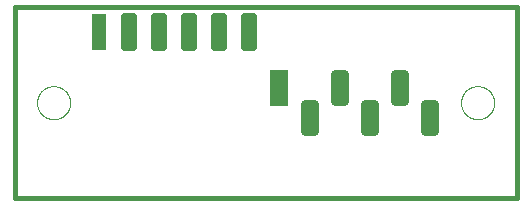
<source format=gtp>
G75*
%MOIN*%
%OFA0B0*%
%FSLAX25Y25*%
%IPPOS*%
%LPD*%
%AMOC8*
5,1,8,0,0,1.08239X$1,22.5*
%
%ADD10C,0.01600*%
%ADD11C,0.00000*%
%ADD12R,0.05000X0.12480*%
%ADD13C,0.02500*%
%ADD14C,0.03000*%
%ADD15R,0.06000X0.12000*%
D10*
X0001800Y0033343D02*
X0001800Y0096843D01*
X0169050Y0096843D01*
X0169050Y0033343D01*
X0001865Y0033343D01*
D11*
X0009117Y0065000D02*
X0009119Y0065148D01*
X0009125Y0065296D01*
X0009135Y0065444D01*
X0009149Y0065591D01*
X0009167Y0065738D01*
X0009188Y0065884D01*
X0009214Y0066030D01*
X0009244Y0066175D01*
X0009277Y0066319D01*
X0009315Y0066462D01*
X0009356Y0066604D01*
X0009401Y0066745D01*
X0009449Y0066885D01*
X0009502Y0067024D01*
X0009558Y0067161D01*
X0009618Y0067296D01*
X0009681Y0067430D01*
X0009748Y0067562D01*
X0009819Y0067692D01*
X0009893Y0067820D01*
X0009970Y0067946D01*
X0010051Y0068070D01*
X0010135Y0068192D01*
X0010222Y0068311D01*
X0010313Y0068428D01*
X0010407Y0068543D01*
X0010503Y0068655D01*
X0010603Y0068765D01*
X0010705Y0068871D01*
X0010811Y0068975D01*
X0010919Y0069076D01*
X0011030Y0069174D01*
X0011143Y0069270D01*
X0011259Y0069362D01*
X0011377Y0069451D01*
X0011498Y0069536D01*
X0011621Y0069619D01*
X0011746Y0069698D01*
X0011873Y0069774D01*
X0012002Y0069846D01*
X0012133Y0069915D01*
X0012266Y0069980D01*
X0012401Y0070041D01*
X0012537Y0070099D01*
X0012674Y0070154D01*
X0012813Y0070204D01*
X0012954Y0070251D01*
X0013095Y0070294D01*
X0013238Y0070334D01*
X0013382Y0070369D01*
X0013526Y0070401D01*
X0013672Y0070428D01*
X0013818Y0070452D01*
X0013965Y0070472D01*
X0014112Y0070488D01*
X0014259Y0070500D01*
X0014407Y0070508D01*
X0014555Y0070512D01*
X0014703Y0070512D01*
X0014851Y0070508D01*
X0014999Y0070500D01*
X0015146Y0070488D01*
X0015293Y0070472D01*
X0015440Y0070452D01*
X0015586Y0070428D01*
X0015732Y0070401D01*
X0015876Y0070369D01*
X0016020Y0070334D01*
X0016163Y0070294D01*
X0016304Y0070251D01*
X0016445Y0070204D01*
X0016584Y0070154D01*
X0016721Y0070099D01*
X0016857Y0070041D01*
X0016992Y0069980D01*
X0017125Y0069915D01*
X0017256Y0069846D01*
X0017385Y0069774D01*
X0017512Y0069698D01*
X0017637Y0069619D01*
X0017760Y0069536D01*
X0017881Y0069451D01*
X0017999Y0069362D01*
X0018115Y0069270D01*
X0018228Y0069174D01*
X0018339Y0069076D01*
X0018447Y0068975D01*
X0018553Y0068871D01*
X0018655Y0068765D01*
X0018755Y0068655D01*
X0018851Y0068543D01*
X0018945Y0068428D01*
X0019036Y0068311D01*
X0019123Y0068192D01*
X0019207Y0068070D01*
X0019288Y0067946D01*
X0019365Y0067820D01*
X0019439Y0067692D01*
X0019510Y0067562D01*
X0019577Y0067430D01*
X0019640Y0067296D01*
X0019700Y0067161D01*
X0019756Y0067024D01*
X0019809Y0066885D01*
X0019857Y0066745D01*
X0019902Y0066604D01*
X0019943Y0066462D01*
X0019981Y0066319D01*
X0020014Y0066175D01*
X0020044Y0066030D01*
X0020070Y0065884D01*
X0020091Y0065738D01*
X0020109Y0065591D01*
X0020123Y0065444D01*
X0020133Y0065296D01*
X0020139Y0065148D01*
X0020141Y0065000D01*
X0020139Y0064852D01*
X0020133Y0064704D01*
X0020123Y0064556D01*
X0020109Y0064409D01*
X0020091Y0064262D01*
X0020070Y0064116D01*
X0020044Y0063970D01*
X0020014Y0063825D01*
X0019981Y0063681D01*
X0019943Y0063538D01*
X0019902Y0063396D01*
X0019857Y0063255D01*
X0019809Y0063115D01*
X0019756Y0062976D01*
X0019700Y0062839D01*
X0019640Y0062704D01*
X0019577Y0062570D01*
X0019510Y0062438D01*
X0019439Y0062308D01*
X0019365Y0062180D01*
X0019288Y0062054D01*
X0019207Y0061930D01*
X0019123Y0061808D01*
X0019036Y0061689D01*
X0018945Y0061572D01*
X0018851Y0061457D01*
X0018755Y0061345D01*
X0018655Y0061235D01*
X0018553Y0061129D01*
X0018447Y0061025D01*
X0018339Y0060924D01*
X0018228Y0060826D01*
X0018115Y0060730D01*
X0017999Y0060638D01*
X0017881Y0060549D01*
X0017760Y0060464D01*
X0017637Y0060381D01*
X0017512Y0060302D01*
X0017385Y0060226D01*
X0017256Y0060154D01*
X0017125Y0060085D01*
X0016992Y0060020D01*
X0016857Y0059959D01*
X0016721Y0059901D01*
X0016584Y0059846D01*
X0016445Y0059796D01*
X0016304Y0059749D01*
X0016163Y0059706D01*
X0016020Y0059666D01*
X0015876Y0059631D01*
X0015732Y0059599D01*
X0015586Y0059572D01*
X0015440Y0059548D01*
X0015293Y0059528D01*
X0015146Y0059512D01*
X0014999Y0059500D01*
X0014851Y0059492D01*
X0014703Y0059488D01*
X0014555Y0059488D01*
X0014407Y0059492D01*
X0014259Y0059500D01*
X0014112Y0059512D01*
X0013965Y0059528D01*
X0013818Y0059548D01*
X0013672Y0059572D01*
X0013526Y0059599D01*
X0013382Y0059631D01*
X0013238Y0059666D01*
X0013095Y0059706D01*
X0012954Y0059749D01*
X0012813Y0059796D01*
X0012674Y0059846D01*
X0012537Y0059901D01*
X0012401Y0059959D01*
X0012266Y0060020D01*
X0012133Y0060085D01*
X0012002Y0060154D01*
X0011873Y0060226D01*
X0011746Y0060302D01*
X0011621Y0060381D01*
X0011498Y0060464D01*
X0011377Y0060549D01*
X0011259Y0060638D01*
X0011143Y0060730D01*
X0011030Y0060826D01*
X0010919Y0060924D01*
X0010811Y0061025D01*
X0010705Y0061129D01*
X0010603Y0061235D01*
X0010503Y0061345D01*
X0010407Y0061457D01*
X0010313Y0061572D01*
X0010222Y0061689D01*
X0010135Y0061808D01*
X0010051Y0061930D01*
X0009970Y0062054D01*
X0009893Y0062180D01*
X0009819Y0062308D01*
X0009748Y0062438D01*
X0009681Y0062570D01*
X0009618Y0062704D01*
X0009558Y0062839D01*
X0009502Y0062976D01*
X0009449Y0063115D01*
X0009401Y0063255D01*
X0009356Y0063396D01*
X0009315Y0063538D01*
X0009277Y0063681D01*
X0009244Y0063825D01*
X0009214Y0063970D01*
X0009188Y0064116D01*
X0009167Y0064262D01*
X0009149Y0064409D01*
X0009135Y0064556D01*
X0009125Y0064704D01*
X0009119Y0064852D01*
X0009117Y0065000D01*
X0150455Y0065008D02*
X0150457Y0065156D01*
X0150463Y0065304D01*
X0150473Y0065452D01*
X0150487Y0065599D01*
X0150505Y0065746D01*
X0150526Y0065892D01*
X0150552Y0066038D01*
X0150582Y0066183D01*
X0150615Y0066327D01*
X0150653Y0066470D01*
X0150694Y0066612D01*
X0150739Y0066753D01*
X0150787Y0066893D01*
X0150840Y0067032D01*
X0150896Y0067169D01*
X0150956Y0067304D01*
X0151019Y0067438D01*
X0151086Y0067570D01*
X0151157Y0067700D01*
X0151231Y0067828D01*
X0151308Y0067954D01*
X0151389Y0068078D01*
X0151473Y0068200D01*
X0151560Y0068319D01*
X0151651Y0068436D01*
X0151745Y0068551D01*
X0151841Y0068663D01*
X0151941Y0068773D01*
X0152043Y0068879D01*
X0152149Y0068983D01*
X0152257Y0069084D01*
X0152368Y0069182D01*
X0152481Y0069278D01*
X0152597Y0069370D01*
X0152715Y0069459D01*
X0152836Y0069544D01*
X0152959Y0069627D01*
X0153084Y0069706D01*
X0153211Y0069782D01*
X0153340Y0069854D01*
X0153471Y0069923D01*
X0153604Y0069988D01*
X0153739Y0070049D01*
X0153875Y0070107D01*
X0154012Y0070162D01*
X0154151Y0070212D01*
X0154292Y0070259D01*
X0154433Y0070302D01*
X0154576Y0070342D01*
X0154720Y0070377D01*
X0154864Y0070409D01*
X0155010Y0070436D01*
X0155156Y0070460D01*
X0155303Y0070480D01*
X0155450Y0070496D01*
X0155597Y0070508D01*
X0155745Y0070516D01*
X0155893Y0070520D01*
X0156041Y0070520D01*
X0156189Y0070516D01*
X0156337Y0070508D01*
X0156484Y0070496D01*
X0156631Y0070480D01*
X0156778Y0070460D01*
X0156924Y0070436D01*
X0157070Y0070409D01*
X0157214Y0070377D01*
X0157358Y0070342D01*
X0157501Y0070302D01*
X0157642Y0070259D01*
X0157783Y0070212D01*
X0157922Y0070162D01*
X0158059Y0070107D01*
X0158195Y0070049D01*
X0158330Y0069988D01*
X0158463Y0069923D01*
X0158594Y0069854D01*
X0158723Y0069782D01*
X0158850Y0069706D01*
X0158975Y0069627D01*
X0159098Y0069544D01*
X0159219Y0069459D01*
X0159337Y0069370D01*
X0159453Y0069278D01*
X0159566Y0069182D01*
X0159677Y0069084D01*
X0159785Y0068983D01*
X0159891Y0068879D01*
X0159993Y0068773D01*
X0160093Y0068663D01*
X0160189Y0068551D01*
X0160283Y0068436D01*
X0160374Y0068319D01*
X0160461Y0068200D01*
X0160545Y0068078D01*
X0160626Y0067954D01*
X0160703Y0067828D01*
X0160777Y0067700D01*
X0160848Y0067570D01*
X0160915Y0067438D01*
X0160978Y0067304D01*
X0161038Y0067169D01*
X0161094Y0067032D01*
X0161147Y0066893D01*
X0161195Y0066753D01*
X0161240Y0066612D01*
X0161281Y0066470D01*
X0161319Y0066327D01*
X0161352Y0066183D01*
X0161382Y0066038D01*
X0161408Y0065892D01*
X0161429Y0065746D01*
X0161447Y0065599D01*
X0161461Y0065452D01*
X0161471Y0065304D01*
X0161477Y0065156D01*
X0161479Y0065008D01*
X0161477Y0064860D01*
X0161471Y0064712D01*
X0161461Y0064564D01*
X0161447Y0064417D01*
X0161429Y0064270D01*
X0161408Y0064124D01*
X0161382Y0063978D01*
X0161352Y0063833D01*
X0161319Y0063689D01*
X0161281Y0063546D01*
X0161240Y0063404D01*
X0161195Y0063263D01*
X0161147Y0063123D01*
X0161094Y0062984D01*
X0161038Y0062847D01*
X0160978Y0062712D01*
X0160915Y0062578D01*
X0160848Y0062446D01*
X0160777Y0062316D01*
X0160703Y0062188D01*
X0160626Y0062062D01*
X0160545Y0061938D01*
X0160461Y0061816D01*
X0160374Y0061697D01*
X0160283Y0061580D01*
X0160189Y0061465D01*
X0160093Y0061353D01*
X0159993Y0061243D01*
X0159891Y0061137D01*
X0159785Y0061033D01*
X0159677Y0060932D01*
X0159566Y0060834D01*
X0159453Y0060738D01*
X0159337Y0060646D01*
X0159219Y0060557D01*
X0159098Y0060472D01*
X0158975Y0060389D01*
X0158850Y0060310D01*
X0158723Y0060234D01*
X0158594Y0060162D01*
X0158463Y0060093D01*
X0158330Y0060028D01*
X0158195Y0059967D01*
X0158059Y0059909D01*
X0157922Y0059854D01*
X0157783Y0059804D01*
X0157642Y0059757D01*
X0157501Y0059714D01*
X0157358Y0059674D01*
X0157214Y0059639D01*
X0157070Y0059607D01*
X0156924Y0059580D01*
X0156778Y0059556D01*
X0156631Y0059536D01*
X0156484Y0059520D01*
X0156337Y0059508D01*
X0156189Y0059500D01*
X0156041Y0059496D01*
X0155893Y0059496D01*
X0155745Y0059500D01*
X0155597Y0059508D01*
X0155450Y0059520D01*
X0155303Y0059536D01*
X0155156Y0059556D01*
X0155010Y0059580D01*
X0154864Y0059607D01*
X0154720Y0059639D01*
X0154576Y0059674D01*
X0154433Y0059714D01*
X0154292Y0059757D01*
X0154151Y0059804D01*
X0154012Y0059854D01*
X0153875Y0059909D01*
X0153739Y0059967D01*
X0153604Y0060028D01*
X0153471Y0060093D01*
X0153340Y0060162D01*
X0153211Y0060234D01*
X0153084Y0060310D01*
X0152959Y0060389D01*
X0152836Y0060472D01*
X0152715Y0060557D01*
X0152597Y0060646D01*
X0152481Y0060738D01*
X0152368Y0060834D01*
X0152257Y0060932D01*
X0152149Y0061033D01*
X0152043Y0061137D01*
X0151941Y0061243D01*
X0151841Y0061353D01*
X0151745Y0061465D01*
X0151651Y0061580D01*
X0151560Y0061697D01*
X0151473Y0061816D01*
X0151389Y0061938D01*
X0151308Y0062062D01*
X0151231Y0062188D01*
X0151157Y0062316D01*
X0151086Y0062446D01*
X0151019Y0062578D01*
X0150956Y0062712D01*
X0150896Y0062847D01*
X0150840Y0062984D01*
X0150787Y0063123D01*
X0150739Y0063263D01*
X0150694Y0063404D01*
X0150653Y0063546D01*
X0150615Y0063689D01*
X0150582Y0063833D01*
X0150552Y0063978D01*
X0150526Y0064124D01*
X0150505Y0064270D01*
X0150487Y0064417D01*
X0150473Y0064564D01*
X0150463Y0064712D01*
X0150457Y0064860D01*
X0150455Y0065008D01*
D12*
X0029800Y0088593D03*
D13*
X0041050Y0093583D02*
X0041050Y0083603D01*
X0038550Y0083603D01*
X0038550Y0093583D01*
X0041050Y0093583D01*
X0041050Y0086102D02*
X0038550Y0086102D01*
X0038550Y0088601D02*
X0041050Y0088601D01*
X0041050Y0091100D02*
X0038550Y0091100D01*
X0051050Y0093583D02*
X0051050Y0083603D01*
X0048550Y0083603D01*
X0048550Y0093583D01*
X0051050Y0093583D01*
X0051050Y0086102D02*
X0048550Y0086102D01*
X0048550Y0088601D02*
X0051050Y0088601D01*
X0051050Y0091100D02*
X0048550Y0091100D01*
X0061050Y0093583D02*
X0061050Y0083603D01*
X0058550Y0083603D01*
X0058550Y0093583D01*
X0061050Y0093583D01*
X0061050Y0086102D02*
X0058550Y0086102D01*
X0058550Y0088601D02*
X0061050Y0088601D01*
X0061050Y0091100D02*
X0058550Y0091100D01*
X0071050Y0093583D02*
X0071050Y0083603D01*
X0068550Y0083603D01*
X0068550Y0093583D01*
X0071050Y0093583D01*
X0071050Y0086102D02*
X0068550Y0086102D01*
X0068550Y0088601D02*
X0071050Y0088601D01*
X0071050Y0091100D02*
X0068550Y0091100D01*
X0081050Y0093583D02*
X0081050Y0083603D01*
X0078550Y0083603D01*
X0078550Y0093583D01*
X0081050Y0093583D01*
X0081050Y0086102D02*
X0078550Y0086102D01*
X0078550Y0088601D02*
X0081050Y0088601D01*
X0081050Y0091100D02*
X0078550Y0091100D01*
D14*
X0111300Y0074508D02*
X0111300Y0065508D01*
X0108300Y0065508D01*
X0108300Y0074508D01*
X0111300Y0074508D01*
X0111300Y0068507D02*
X0108300Y0068507D01*
X0108300Y0071506D02*
X0111300Y0071506D01*
X0111300Y0074505D02*
X0108300Y0074505D01*
X0101300Y0064508D02*
X0101300Y0055508D01*
X0098300Y0055508D01*
X0098300Y0064508D01*
X0101300Y0064508D01*
X0101300Y0058507D02*
X0098300Y0058507D01*
X0098300Y0061506D02*
X0101300Y0061506D01*
X0101300Y0064505D02*
X0098300Y0064505D01*
X0121300Y0064508D02*
X0121300Y0055508D01*
X0118300Y0055508D01*
X0118300Y0064508D01*
X0121300Y0064508D01*
X0121300Y0058507D02*
X0118300Y0058507D01*
X0118300Y0061506D02*
X0121300Y0061506D01*
X0121300Y0064505D02*
X0118300Y0064505D01*
X0131300Y0065508D02*
X0131300Y0074508D01*
X0131300Y0065508D02*
X0128300Y0065508D01*
X0128300Y0074508D01*
X0131300Y0074508D01*
X0131300Y0068507D02*
X0128300Y0068507D01*
X0128300Y0071506D02*
X0131300Y0071506D01*
X0131300Y0074505D02*
X0128300Y0074505D01*
X0141300Y0064508D02*
X0141300Y0055508D01*
X0138300Y0055508D01*
X0138300Y0064508D01*
X0141300Y0064508D01*
X0141300Y0058507D02*
X0138300Y0058507D01*
X0138300Y0061506D02*
X0141300Y0061506D01*
X0141300Y0064505D02*
X0138300Y0064505D01*
D15*
X0089800Y0070008D03*
M02*

</source>
